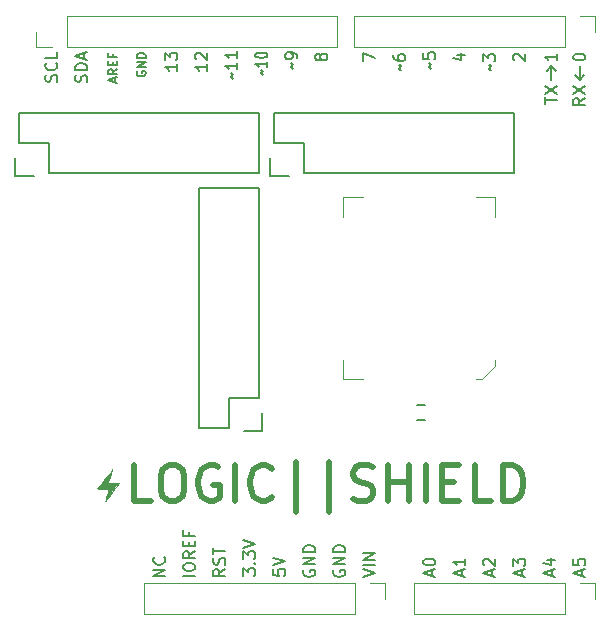
<source format=gto>
G04 #@! TF.FileFunction,Legend,Top*
%FSLAX46Y46*%
G04 Gerber Fmt 4.6, Leading zero omitted, Abs format (unit mm)*
G04 Created by KiCad (PCBNEW 4.0.5+dfsg1-4) date Sun Oct 21 08:43:36 2018*
%MOMM*%
%LPD*%
G01*
G04 APERTURE LIST*
%ADD10C,0.100000*%
%ADD11C,0.150000*%
%ADD12C,0.200000*%
%ADD13C,0.500000*%
%ADD14C,0.120000*%
%ADD15C,0.010000*%
G04 APERTURE END LIST*
D10*
D11*
X175839381Y-76295285D02*
X175839381Y-76866714D01*
X175839381Y-76581000D02*
X174839381Y-76581000D01*
X174982238Y-76676238D01*
X175077476Y-76771476D01*
X175125095Y-76866714D01*
X177252381Y-76628619D02*
X177252381Y-76533380D01*
X177300000Y-76438142D01*
X177347619Y-76390523D01*
X177442857Y-76342904D01*
X177633333Y-76295285D01*
X177871429Y-76295285D01*
X178061905Y-76342904D01*
X178157143Y-76390523D01*
X178204762Y-76438142D01*
X178252381Y-76533380D01*
X178252381Y-76628619D01*
X178204762Y-76723857D01*
X178157143Y-76771476D01*
X178061905Y-76819095D01*
X177871429Y-76866714D01*
X177633333Y-76866714D01*
X177442857Y-76819095D01*
X177347619Y-76771476D01*
X177300000Y-76723857D01*
X177252381Y-76628619D01*
D12*
X177800000Y-78486000D02*
X177418999Y-78105000D01*
X177800000Y-78486000D02*
X178181000Y-78105000D01*
X177800000Y-77343001D02*
X177800000Y-78486000D01*
X175387000Y-77343000D02*
X175768000Y-77724000D01*
X175387000Y-77343000D02*
X175006000Y-77724000D01*
X175387000Y-78486000D02*
X175387000Y-77343000D01*
D11*
X178252381Y-80049666D02*
X177776190Y-80383000D01*
X178252381Y-80621095D02*
X177252381Y-80621095D01*
X177252381Y-80240142D01*
X177300000Y-80144904D01*
X177347619Y-80097285D01*
X177442857Y-80049666D01*
X177585714Y-80049666D01*
X177680952Y-80097285D01*
X177728571Y-80144904D01*
X177776190Y-80240142D01*
X177776190Y-80621095D01*
X177252381Y-79716333D02*
X178252381Y-79049666D01*
X177252381Y-79049666D02*
X178252381Y-79716333D01*
X174839381Y-80517905D02*
X174839381Y-79946476D01*
X175839381Y-80232191D02*
X174839381Y-80232191D01*
X174839381Y-79708381D02*
X175839381Y-79041714D01*
X174839381Y-79041714D02*
X175839381Y-79708381D01*
X172267619Y-76866714D02*
X172220000Y-76819095D01*
X172172381Y-76723857D01*
X172172381Y-76485761D01*
X172220000Y-76390523D01*
X172267619Y-76342904D01*
X172362857Y-76295285D01*
X172458095Y-76295285D01*
X172600952Y-76342904D01*
X173172381Y-76914333D01*
X173172381Y-76295285D01*
X170251429Y-77700095D02*
X170203810Y-77652476D01*
X170156190Y-77557238D01*
X170251429Y-77366762D01*
X170203810Y-77271523D01*
X170156190Y-77223904D01*
X169632381Y-76938190D02*
X169632381Y-76319142D01*
X170013333Y-76652476D01*
X170013333Y-76509618D01*
X170060952Y-76414380D01*
X170108571Y-76366761D01*
X170203810Y-76319142D01*
X170441905Y-76319142D01*
X170537143Y-76366761D01*
X170584762Y-76414380D01*
X170632381Y-76509618D01*
X170632381Y-76795333D01*
X170584762Y-76890571D01*
X170537143Y-76938190D01*
X167425714Y-76390523D02*
X168092381Y-76390523D01*
X167044762Y-76628619D02*
X167759048Y-76866714D01*
X167759048Y-76247666D01*
X165171429Y-77573095D02*
X165123810Y-77525476D01*
X165076190Y-77430238D01*
X165171429Y-77239762D01*
X165123810Y-77144523D01*
X165076190Y-77096904D01*
X164552381Y-76239761D02*
X164552381Y-76715952D01*
X165028571Y-76763571D01*
X164980952Y-76715952D01*
X164933333Y-76620714D01*
X164933333Y-76382618D01*
X164980952Y-76287380D01*
X165028571Y-76239761D01*
X165123810Y-76192142D01*
X165361905Y-76192142D01*
X165457143Y-76239761D01*
X165504762Y-76287380D01*
X165552381Y-76382618D01*
X165552381Y-76620714D01*
X165504762Y-76715952D01*
X165457143Y-76763571D01*
X162631429Y-77700095D02*
X162583810Y-77652476D01*
X162536190Y-77557238D01*
X162631429Y-77366762D01*
X162583810Y-77271523D01*
X162536190Y-77223904D01*
X162012381Y-76414380D02*
X162012381Y-76604857D01*
X162060000Y-76700095D01*
X162107619Y-76747714D01*
X162250476Y-76842952D01*
X162440952Y-76890571D01*
X162821905Y-76890571D01*
X162917143Y-76842952D01*
X162964762Y-76795333D01*
X163012381Y-76700095D01*
X163012381Y-76509618D01*
X162964762Y-76414380D01*
X162917143Y-76366761D01*
X162821905Y-76319142D01*
X162583810Y-76319142D01*
X162488571Y-76366761D01*
X162440952Y-76414380D01*
X162393333Y-76509618D01*
X162393333Y-76700095D01*
X162440952Y-76795333D01*
X162488571Y-76842952D01*
X162583810Y-76890571D01*
X159472381Y-76914333D02*
X159472381Y-76247666D01*
X160472381Y-76676238D01*
X155836952Y-76676238D02*
X155789333Y-76771476D01*
X155741714Y-76819095D01*
X155646476Y-76866714D01*
X155598857Y-76866714D01*
X155503619Y-76819095D01*
X155456000Y-76771476D01*
X155408381Y-76676238D01*
X155408381Y-76485761D01*
X155456000Y-76390523D01*
X155503619Y-76342904D01*
X155598857Y-76295285D01*
X155646476Y-76295285D01*
X155741714Y-76342904D01*
X155789333Y-76390523D01*
X155836952Y-76485761D01*
X155836952Y-76676238D01*
X155884571Y-76771476D01*
X155932190Y-76819095D01*
X156027429Y-76866714D01*
X156217905Y-76866714D01*
X156313143Y-76819095D01*
X156360762Y-76771476D01*
X156408381Y-76676238D01*
X156408381Y-76485761D01*
X156360762Y-76390523D01*
X156313143Y-76342904D01*
X156217905Y-76295285D01*
X156027429Y-76295285D01*
X155932190Y-76342904D01*
X155884571Y-76390523D01*
X155836952Y-76485761D01*
X153487429Y-77573095D02*
X153439810Y-77525476D01*
X153392190Y-77430238D01*
X153487429Y-77239762D01*
X153439810Y-77144523D01*
X153392190Y-77096904D01*
X153868381Y-76668333D02*
X153868381Y-76477857D01*
X153820762Y-76382618D01*
X153773143Y-76334999D01*
X153630286Y-76239761D01*
X153439810Y-76192142D01*
X153058857Y-76192142D01*
X152963619Y-76239761D01*
X152916000Y-76287380D01*
X152868381Y-76382618D01*
X152868381Y-76573095D01*
X152916000Y-76668333D01*
X152963619Y-76715952D01*
X153058857Y-76763571D01*
X153296952Y-76763571D01*
X153392190Y-76715952D01*
X153439810Y-76668333D01*
X153487429Y-76573095D01*
X153487429Y-76382618D01*
X153439810Y-76287380D01*
X153392190Y-76239761D01*
X153296952Y-76192142D01*
X150947429Y-78060429D02*
X150899810Y-78022333D01*
X150852190Y-77946143D01*
X150947429Y-77793762D01*
X150899810Y-77717571D01*
X150852190Y-77679476D01*
X151328381Y-76955666D02*
X151328381Y-77412809D01*
X151328381Y-77184238D02*
X150328381Y-77184238D01*
X150471238Y-77260428D01*
X150566476Y-77336619D01*
X150614095Y-77412809D01*
X150328381Y-76460428D02*
X150328381Y-76384237D01*
X150376000Y-76308047D01*
X150423619Y-76269952D01*
X150518857Y-76231856D01*
X150709333Y-76193761D01*
X150947429Y-76193761D01*
X151137905Y-76231856D01*
X151233143Y-76269952D01*
X151280762Y-76308047D01*
X151328381Y-76384237D01*
X151328381Y-76460428D01*
X151280762Y-76536618D01*
X151233143Y-76574714D01*
X151137905Y-76612809D01*
X150947429Y-76650904D01*
X150709333Y-76650904D01*
X150518857Y-76612809D01*
X150423619Y-76574714D01*
X150376000Y-76536618D01*
X150328381Y-76460428D01*
X148407429Y-78430286D02*
X148359810Y-78382667D01*
X148312190Y-78287429D01*
X148407429Y-78096953D01*
X148359810Y-78001714D01*
X148312190Y-77954095D01*
X148788381Y-77049333D02*
X148788381Y-77620762D01*
X148788381Y-77335048D02*
X147788381Y-77335048D01*
X147931238Y-77430286D01*
X148026476Y-77525524D01*
X148074095Y-77620762D01*
X148788381Y-76096952D02*
X148788381Y-76668381D01*
X148788381Y-76382667D02*
X147788381Y-76382667D01*
X147931238Y-76477905D01*
X148026476Y-76573143D01*
X148074095Y-76668381D01*
X146248381Y-77152476D02*
X146248381Y-77723905D01*
X146248381Y-77438191D02*
X145248381Y-77438191D01*
X145391238Y-77533429D01*
X145486476Y-77628667D01*
X145534095Y-77723905D01*
X145343619Y-76771524D02*
X145296000Y-76723905D01*
X145248381Y-76628667D01*
X145248381Y-76390571D01*
X145296000Y-76295333D01*
X145343619Y-76247714D01*
X145438857Y-76200095D01*
X145534095Y-76200095D01*
X145676952Y-76247714D01*
X146248381Y-76819143D01*
X146248381Y-76200095D01*
X143708381Y-77152476D02*
X143708381Y-77723905D01*
X143708381Y-77438191D02*
X142708381Y-77438191D01*
X142851238Y-77533429D01*
X142946476Y-77628667D01*
X142994095Y-77723905D01*
X142708381Y-76819143D02*
X142708381Y-76200095D01*
X143089333Y-76533429D01*
X143089333Y-76390571D01*
X143136952Y-76295333D01*
X143184571Y-76247714D01*
X143279810Y-76200095D01*
X143517905Y-76200095D01*
X143613143Y-76247714D01*
X143660762Y-76295333D01*
X143708381Y-76390571D01*
X143708381Y-76676286D01*
X143660762Y-76771524D01*
X143613143Y-76819143D01*
X140341000Y-77787428D02*
X140305286Y-77858857D01*
X140305286Y-77966000D01*
X140341000Y-78073143D01*
X140412429Y-78144571D01*
X140483857Y-78180286D01*
X140626714Y-78216000D01*
X140733857Y-78216000D01*
X140876714Y-78180286D01*
X140948143Y-78144571D01*
X141019571Y-78073143D01*
X141055286Y-77966000D01*
X141055286Y-77894571D01*
X141019571Y-77787428D01*
X140983857Y-77751714D01*
X140733857Y-77751714D01*
X140733857Y-77894571D01*
X141055286Y-77430286D02*
X140305286Y-77430286D01*
X141055286Y-77001714D01*
X140305286Y-77001714D01*
X141055286Y-76644572D02*
X140305286Y-76644572D01*
X140305286Y-76466000D01*
X140341000Y-76358857D01*
X140412429Y-76287429D01*
X140483857Y-76251714D01*
X140626714Y-76216000D01*
X140733857Y-76216000D01*
X140876714Y-76251714D01*
X140948143Y-76287429D01*
X141019571Y-76358857D01*
X141055286Y-76466000D01*
X141055286Y-76644572D01*
X138428000Y-78716000D02*
X138428000Y-78358857D01*
X138642286Y-78787428D02*
X137892286Y-78537428D01*
X138642286Y-78287428D01*
X138642286Y-77608857D02*
X138285143Y-77858857D01*
X138642286Y-78037429D02*
X137892286Y-78037429D01*
X137892286Y-77751714D01*
X137928000Y-77680286D01*
X137963714Y-77644571D01*
X138035143Y-77608857D01*
X138142286Y-77608857D01*
X138213714Y-77644571D01*
X138249429Y-77680286D01*
X138285143Y-77751714D01*
X138285143Y-78037429D01*
X138249429Y-77287429D02*
X138249429Y-77037429D01*
X138642286Y-76930286D02*
X138642286Y-77287429D01*
X137892286Y-77287429D01*
X137892286Y-76930286D01*
X138249429Y-76358858D02*
X138249429Y-76608858D01*
X138642286Y-76608858D02*
X137892286Y-76608858D01*
X137892286Y-76251715D01*
X133500762Y-78660476D02*
X133548381Y-78517619D01*
X133548381Y-78279523D01*
X133500762Y-78184285D01*
X133453143Y-78136666D01*
X133357905Y-78089047D01*
X133262667Y-78089047D01*
X133167429Y-78136666D01*
X133119810Y-78184285D01*
X133072190Y-78279523D01*
X133024571Y-78470000D01*
X132976952Y-78565238D01*
X132929333Y-78612857D01*
X132834095Y-78660476D01*
X132738857Y-78660476D01*
X132643619Y-78612857D01*
X132596000Y-78565238D01*
X132548381Y-78470000D01*
X132548381Y-78231904D01*
X132596000Y-78089047D01*
X133453143Y-77089047D02*
X133500762Y-77136666D01*
X133548381Y-77279523D01*
X133548381Y-77374761D01*
X133500762Y-77517619D01*
X133405524Y-77612857D01*
X133310286Y-77660476D01*
X133119810Y-77708095D01*
X132976952Y-77708095D01*
X132786476Y-77660476D01*
X132691238Y-77612857D01*
X132596000Y-77517619D01*
X132548381Y-77374761D01*
X132548381Y-77279523D01*
X132596000Y-77136666D01*
X132643619Y-77089047D01*
X133548381Y-76184285D02*
X133548381Y-76660476D01*
X132548381Y-76660476D01*
X136040762Y-78684286D02*
X136088381Y-78541429D01*
X136088381Y-78303333D01*
X136040762Y-78208095D01*
X135993143Y-78160476D01*
X135897905Y-78112857D01*
X135802667Y-78112857D01*
X135707429Y-78160476D01*
X135659810Y-78208095D01*
X135612190Y-78303333D01*
X135564571Y-78493810D01*
X135516952Y-78589048D01*
X135469333Y-78636667D01*
X135374095Y-78684286D01*
X135278857Y-78684286D01*
X135183619Y-78636667D01*
X135136000Y-78589048D01*
X135088381Y-78493810D01*
X135088381Y-78255714D01*
X135136000Y-78112857D01*
X136088381Y-77684286D02*
X135088381Y-77684286D01*
X135088381Y-77446191D01*
X135136000Y-77303333D01*
X135231238Y-77208095D01*
X135326476Y-77160476D01*
X135516952Y-77112857D01*
X135659810Y-77112857D01*
X135850286Y-77160476D01*
X135945524Y-77208095D01*
X136040762Y-77303333D01*
X136088381Y-77446191D01*
X136088381Y-77684286D01*
X135802667Y-76731905D02*
X135802667Y-76255714D01*
X136088381Y-76827143D02*
X135088381Y-76493810D01*
X136088381Y-76160476D01*
X177966667Y-120475286D02*
X177966667Y-119999095D01*
X178252381Y-120570524D02*
X177252381Y-120237191D01*
X178252381Y-119903857D01*
X177252381Y-119094333D02*
X177252381Y-119570524D01*
X177728571Y-119618143D01*
X177680952Y-119570524D01*
X177633333Y-119475286D01*
X177633333Y-119237190D01*
X177680952Y-119141952D01*
X177728571Y-119094333D01*
X177823810Y-119046714D01*
X178061905Y-119046714D01*
X178157143Y-119094333D01*
X178204762Y-119141952D01*
X178252381Y-119237190D01*
X178252381Y-119475286D01*
X178204762Y-119570524D01*
X178157143Y-119618143D01*
X175426667Y-120475286D02*
X175426667Y-119999095D01*
X175712381Y-120570524D02*
X174712381Y-120237191D01*
X175712381Y-119903857D01*
X175045714Y-119141952D02*
X175712381Y-119141952D01*
X174664762Y-119380048D02*
X175379048Y-119618143D01*
X175379048Y-118999095D01*
X172886667Y-120475286D02*
X172886667Y-119999095D01*
X173172381Y-120570524D02*
X172172381Y-120237191D01*
X173172381Y-119903857D01*
X172172381Y-119665762D02*
X172172381Y-119046714D01*
X172553333Y-119380048D01*
X172553333Y-119237190D01*
X172600952Y-119141952D01*
X172648571Y-119094333D01*
X172743810Y-119046714D01*
X172981905Y-119046714D01*
X173077143Y-119094333D01*
X173124762Y-119141952D01*
X173172381Y-119237190D01*
X173172381Y-119522905D01*
X173124762Y-119618143D01*
X173077143Y-119665762D01*
X170346667Y-120475286D02*
X170346667Y-119999095D01*
X170632381Y-120570524D02*
X169632381Y-120237191D01*
X170632381Y-119903857D01*
X169727619Y-119618143D02*
X169680000Y-119570524D01*
X169632381Y-119475286D01*
X169632381Y-119237190D01*
X169680000Y-119141952D01*
X169727619Y-119094333D01*
X169822857Y-119046714D01*
X169918095Y-119046714D01*
X170060952Y-119094333D01*
X170632381Y-119665762D01*
X170632381Y-119046714D01*
X167806667Y-120475286D02*
X167806667Y-119999095D01*
X168092381Y-120570524D02*
X167092381Y-120237191D01*
X168092381Y-119903857D01*
X168092381Y-119046714D02*
X168092381Y-119618143D01*
X168092381Y-119332429D02*
X167092381Y-119332429D01*
X167235238Y-119427667D01*
X167330476Y-119522905D01*
X167378095Y-119618143D01*
X165266667Y-120475286D02*
X165266667Y-119999095D01*
X165552381Y-120570524D02*
X164552381Y-120237191D01*
X165552381Y-119903857D01*
X164552381Y-119380048D02*
X164552381Y-119284809D01*
X164600000Y-119189571D01*
X164647619Y-119141952D01*
X164742857Y-119094333D01*
X164933333Y-119046714D01*
X165171429Y-119046714D01*
X165361905Y-119094333D01*
X165457143Y-119141952D01*
X165504762Y-119189571D01*
X165552381Y-119284809D01*
X165552381Y-119380048D01*
X165504762Y-119475286D01*
X165457143Y-119522905D01*
X165361905Y-119570524D01*
X165171429Y-119618143D01*
X164933333Y-119618143D01*
X164742857Y-119570524D01*
X164647619Y-119522905D01*
X164600000Y-119475286D01*
X164552381Y-119380048D01*
X159472381Y-120602238D02*
X160472381Y-120268905D01*
X159472381Y-119935571D01*
X160472381Y-119602238D02*
X159472381Y-119602238D01*
X160472381Y-119126048D02*
X159472381Y-119126048D01*
X160472381Y-118554619D01*
X159472381Y-118554619D01*
X156980000Y-120014904D02*
X156932381Y-120110142D01*
X156932381Y-120252999D01*
X156980000Y-120395857D01*
X157075238Y-120491095D01*
X157170476Y-120538714D01*
X157360952Y-120586333D01*
X157503810Y-120586333D01*
X157694286Y-120538714D01*
X157789524Y-120491095D01*
X157884762Y-120395857D01*
X157932381Y-120252999D01*
X157932381Y-120157761D01*
X157884762Y-120014904D01*
X157837143Y-119967285D01*
X157503810Y-119967285D01*
X157503810Y-120157761D01*
X157932381Y-119538714D02*
X156932381Y-119538714D01*
X157932381Y-118967285D01*
X156932381Y-118967285D01*
X157932381Y-118491095D02*
X156932381Y-118491095D01*
X156932381Y-118253000D01*
X156980000Y-118110142D01*
X157075238Y-118014904D01*
X157170476Y-117967285D01*
X157360952Y-117919666D01*
X157503810Y-117919666D01*
X157694286Y-117967285D01*
X157789524Y-118014904D01*
X157884762Y-118110142D01*
X157932381Y-118253000D01*
X157932381Y-118491095D01*
X154440000Y-120014904D02*
X154392381Y-120110142D01*
X154392381Y-120252999D01*
X154440000Y-120395857D01*
X154535238Y-120491095D01*
X154630476Y-120538714D01*
X154820952Y-120586333D01*
X154963810Y-120586333D01*
X155154286Y-120538714D01*
X155249524Y-120491095D01*
X155344762Y-120395857D01*
X155392381Y-120252999D01*
X155392381Y-120157761D01*
X155344762Y-120014904D01*
X155297143Y-119967285D01*
X154963810Y-119967285D01*
X154963810Y-120157761D01*
X155392381Y-119538714D02*
X154392381Y-119538714D01*
X155392381Y-118967285D01*
X154392381Y-118967285D01*
X155392381Y-118491095D02*
X154392381Y-118491095D01*
X154392381Y-118253000D01*
X154440000Y-118110142D01*
X154535238Y-118014904D01*
X154630476Y-117967285D01*
X154820952Y-117919666D01*
X154963810Y-117919666D01*
X155154286Y-117967285D01*
X155249524Y-118014904D01*
X155344762Y-118110142D01*
X155392381Y-118253000D01*
X155392381Y-118491095D01*
X151852381Y-119951476D02*
X151852381Y-120427667D01*
X152328571Y-120475286D01*
X152280952Y-120427667D01*
X152233333Y-120332429D01*
X152233333Y-120094333D01*
X152280952Y-119999095D01*
X152328571Y-119951476D01*
X152423810Y-119903857D01*
X152661905Y-119903857D01*
X152757143Y-119951476D01*
X152804762Y-119999095D01*
X152852381Y-120094333D01*
X152852381Y-120332429D01*
X152804762Y-120427667D01*
X152757143Y-120475286D01*
X151852381Y-119618143D02*
X152852381Y-119284810D01*
X151852381Y-118951476D01*
X149312381Y-120475190D02*
X149312381Y-119856142D01*
X149693333Y-120189476D01*
X149693333Y-120046618D01*
X149740952Y-119951380D01*
X149788571Y-119903761D01*
X149883810Y-119856142D01*
X150121905Y-119856142D01*
X150217143Y-119903761D01*
X150264762Y-119951380D01*
X150312381Y-120046618D01*
X150312381Y-120332333D01*
X150264762Y-120427571D01*
X150217143Y-120475190D01*
X150217143Y-119427571D02*
X150264762Y-119379952D01*
X150312381Y-119427571D01*
X150264762Y-119475190D01*
X150217143Y-119427571D01*
X150312381Y-119427571D01*
X149312381Y-119046619D02*
X149312381Y-118427571D01*
X149693333Y-118760905D01*
X149693333Y-118618047D01*
X149740952Y-118522809D01*
X149788571Y-118475190D01*
X149883810Y-118427571D01*
X150121905Y-118427571D01*
X150217143Y-118475190D01*
X150264762Y-118522809D01*
X150312381Y-118618047D01*
X150312381Y-118903762D01*
X150264762Y-118999000D01*
X150217143Y-119046619D01*
X149312381Y-118141857D02*
X150312381Y-117808524D01*
X149312381Y-117475190D01*
X147772381Y-119927619D02*
X147296190Y-120260953D01*
X147772381Y-120499048D02*
X146772381Y-120499048D01*
X146772381Y-120118095D01*
X146820000Y-120022857D01*
X146867619Y-119975238D01*
X146962857Y-119927619D01*
X147105714Y-119927619D01*
X147200952Y-119975238D01*
X147248571Y-120022857D01*
X147296190Y-120118095D01*
X147296190Y-120499048D01*
X147724762Y-119546667D02*
X147772381Y-119403810D01*
X147772381Y-119165714D01*
X147724762Y-119070476D01*
X147677143Y-119022857D01*
X147581905Y-118975238D01*
X147486667Y-118975238D01*
X147391429Y-119022857D01*
X147343810Y-119070476D01*
X147296190Y-119165714D01*
X147248571Y-119356191D01*
X147200952Y-119451429D01*
X147153333Y-119499048D01*
X147058095Y-119546667D01*
X146962857Y-119546667D01*
X146867619Y-119499048D01*
X146820000Y-119451429D01*
X146772381Y-119356191D01*
X146772381Y-119118095D01*
X146820000Y-118975238D01*
X146772381Y-118689524D02*
X146772381Y-118118095D01*
X147772381Y-118403810D02*
X146772381Y-118403810D01*
X145232381Y-120522762D02*
X144232381Y-120522762D01*
X144232381Y-119856096D02*
X144232381Y-119665619D01*
X144280000Y-119570381D01*
X144375238Y-119475143D01*
X144565714Y-119427524D01*
X144899048Y-119427524D01*
X145089524Y-119475143D01*
X145184762Y-119570381D01*
X145232381Y-119665619D01*
X145232381Y-119856096D01*
X145184762Y-119951334D01*
X145089524Y-120046572D01*
X144899048Y-120094191D01*
X144565714Y-120094191D01*
X144375238Y-120046572D01*
X144280000Y-119951334D01*
X144232381Y-119856096D01*
X145232381Y-118427524D02*
X144756190Y-118760858D01*
X145232381Y-118998953D02*
X144232381Y-118998953D01*
X144232381Y-118618000D01*
X144280000Y-118522762D01*
X144327619Y-118475143D01*
X144422857Y-118427524D01*
X144565714Y-118427524D01*
X144660952Y-118475143D01*
X144708571Y-118522762D01*
X144756190Y-118618000D01*
X144756190Y-118998953D01*
X144708571Y-117998953D02*
X144708571Y-117665619D01*
X145232381Y-117522762D02*
X145232381Y-117998953D01*
X144232381Y-117998953D01*
X144232381Y-117522762D01*
X144708571Y-116760857D02*
X144708571Y-117094191D01*
X145232381Y-117094191D02*
X144232381Y-117094191D01*
X144232381Y-116618000D01*
X142692381Y-120546714D02*
X141692381Y-120546714D01*
X142692381Y-119975285D01*
X141692381Y-119975285D01*
X142597143Y-118927666D02*
X142644762Y-118975285D01*
X142692381Y-119118142D01*
X142692381Y-119213380D01*
X142644762Y-119356238D01*
X142549524Y-119451476D01*
X142454286Y-119499095D01*
X142263810Y-119546714D01*
X142120952Y-119546714D01*
X141930476Y-119499095D01*
X141835238Y-119451476D01*
X141740000Y-119356238D01*
X141692381Y-119213380D01*
X141692381Y-119118142D01*
X141740000Y-118975285D01*
X141787619Y-118927666D01*
D13*
X141464001Y-114133143D02*
X140035430Y-114133143D01*
X140035430Y-111133143D01*
X143035429Y-111133143D02*
X143606858Y-111133143D01*
X143892572Y-111276000D01*
X144178286Y-111561714D01*
X144321144Y-112133143D01*
X144321144Y-113133143D01*
X144178286Y-113704571D01*
X143892572Y-113990286D01*
X143606858Y-114133143D01*
X143035429Y-114133143D01*
X142749715Y-113990286D01*
X142464001Y-113704571D01*
X142321144Y-113133143D01*
X142321144Y-112133143D01*
X142464001Y-111561714D01*
X142749715Y-111276000D01*
X143035429Y-111133143D01*
X147178286Y-111276000D02*
X146892572Y-111133143D01*
X146464001Y-111133143D01*
X146035429Y-111276000D01*
X145749715Y-111561714D01*
X145606858Y-111847429D01*
X145464001Y-112418857D01*
X145464001Y-112847429D01*
X145606858Y-113418857D01*
X145749715Y-113704571D01*
X146035429Y-113990286D01*
X146464001Y-114133143D01*
X146749715Y-114133143D01*
X147178286Y-113990286D01*
X147321143Y-113847429D01*
X147321143Y-112847429D01*
X146749715Y-112847429D01*
X148606858Y-114133143D02*
X148606858Y-111133143D01*
X151749714Y-113847429D02*
X151606857Y-113990286D01*
X151178286Y-114133143D01*
X150892572Y-114133143D01*
X150464000Y-113990286D01*
X150178286Y-113704571D01*
X150035429Y-113418857D01*
X149892572Y-112847429D01*
X149892572Y-112418857D01*
X150035429Y-111847429D01*
X150178286Y-111561714D01*
X150464000Y-111276000D01*
X150892572Y-111133143D01*
X151178286Y-111133143D01*
X151606857Y-111276000D01*
X151749714Y-111418857D01*
X153749714Y-115133143D02*
X153749714Y-110847429D01*
X156606857Y-115133143D02*
X156606857Y-110847429D01*
X158606858Y-113990286D02*
X159035429Y-114133143D01*
X159749715Y-114133143D01*
X160035429Y-113990286D01*
X160178286Y-113847429D01*
X160321143Y-113561714D01*
X160321143Y-113276000D01*
X160178286Y-112990286D01*
X160035429Y-112847429D01*
X159749715Y-112704571D01*
X159178286Y-112561714D01*
X158892572Y-112418857D01*
X158749715Y-112276000D01*
X158606858Y-111990286D01*
X158606858Y-111704571D01*
X158749715Y-111418857D01*
X158892572Y-111276000D01*
X159178286Y-111133143D01*
X159892572Y-111133143D01*
X160321143Y-111276000D01*
X161606858Y-114133143D02*
X161606858Y-111133143D01*
X161606858Y-112561714D02*
X163321143Y-112561714D01*
X163321143Y-114133143D02*
X163321143Y-111133143D01*
X164749715Y-114133143D02*
X164749715Y-111133143D01*
X166178286Y-112561714D02*
X167178286Y-112561714D01*
X167606857Y-114133143D02*
X166178286Y-114133143D01*
X166178286Y-111133143D01*
X167606857Y-111133143D01*
X170321143Y-114133143D02*
X168892572Y-114133143D01*
X168892572Y-111133143D01*
X171321143Y-114133143D02*
X171321143Y-111133143D01*
X172035428Y-111133143D01*
X172464000Y-111276000D01*
X172749714Y-111561714D01*
X172892571Y-111847429D01*
X173035428Y-112418857D01*
X173035428Y-112847429D01*
X172892571Y-113418857D01*
X172749714Y-113704571D01*
X172464000Y-113990286D01*
X172035428Y-114133143D01*
X171321143Y-114133143D01*
D11*
X172212000Y-81280000D02*
X151892000Y-81280000D01*
X154432000Y-86360000D02*
X172212000Y-86360000D01*
X172212000Y-81280000D02*
X172212000Y-86360000D01*
X151892000Y-81280000D02*
X151892000Y-83820000D01*
X151612000Y-85090000D02*
X151612000Y-86640000D01*
X151892000Y-83820000D02*
X154432000Y-83820000D01*
X154432000Y-83820000D02*
X154432000Y-86360000D01*
X151612000Y-86640000D02*
X153162000Y-86640000D01*
D14*
X163770000Y-121098000D02*
X163770000Y-123758000D01*
X176530000Y-121098000D02*
X163770000Y-121098000D01*
X176530000Y-123758000D02*
X163770000Y-123758000D01*
X176530000Y-121098000D02*
X176530000Y-123758000D01*
X177800000Y-121098000D02*
X179130000Y-121098000D01*
X179130000Y-121098000D02*
X179130000Y-122428000D01*
X158690000Y-73092000D02*
X158690000Y-75752000D01*
X176530000Y-73092000D02*
X158690000Y-73092000D01*
X176530000Y-75752000D02*
X158690000Y-75752000D01*
X176530000Y-73092000D02*
X176530000Y-75752000D01*
X177800000Y-73092000D02*
X179130000Y-73092000D01*
X179130000Y-73092000D02*
X179130000Y-74422000D01*
X140910000Y-121098000D02*
X140910000Y-123758000D01*
X158750000Y-121098000D02*
X140910000Y-121098000D01*
X158750000Y-123758000D02*
X140910000Y-123758000D01*
X158750000Y-121098000D02*
X158750000Y-123758000D01*
X160020000Y-121098000D02*
X161350000Y-121098000D01*
X161350000Y-121098000D02*
X161350000Y-122428000D01*
D15*
G36*
X138236354Y-111486280D02*
X138226217Y-111514466D01*
X138209787Y-111557983D01*
X138184911Y-111624720D01*
X138153172Y-111710361D01*
X138116152Y-111810591D01*
X138075436Y-111921096D01*
X138032605Y-112037559D01*
X137989244Y-112155667D01*
X137946936Y-112271103D01*
X137907264Y-112379553D01*
X137871811Y-112476701D01*
X137842161Y-112558233D01*
X137819896Y-112619832D01*
X137806600Y-112657185D01*
X137803467Y-112666684D01*
X137819695Y-112668675D01*
X137865563Y-112670765D01*
X137936844Y-112672853D01*
X138029310Y-112674838D01*
X138138736Y-112676617D01*
X138260895Y-112678090D01*
X138290591Y-112678377D01*
X138777716Y-112682867D01*
X138216305Y-113425173D01*
X138110629Y-113564761D01*
X138010696Y-113696499D01*
X137918438Y-113817856D01*
X137835787Y-113926304D01*
X137764676Y-114019314D01*
X137707036Y-114094356D01*
X137664800Y-114148901D01*
X137639900Y-114180420D01*
X137634144Y-114187173D01*
X137620070Y-114195999D01*
X137622061Y-114177084D01*
X137623214Y-114173000D01*
X137633713Y-114135649D01*
X137650754Y-114073666D01*
X137673064Y-113991800D01*
X137699364Y-113894801D01*
X137728378Y-113787418D01*
X137758831Y-113674400D01*
X137789445Y-113560498D01*
X137818944Y-113450459D01*
X137846053Y-113349034D01*
X137869493Y-113260973D01*
X137887990Y-113191023D01*
X137900266Y-113143936D01*
X137905046Y-113124460D01*
X137905066Y-113124256D01*
X137888847Y-113121773D01*
X137843046Y-113119529D01*
X137771947Y-113117610D01*
X137679835Y-113116104D01*
X137570993Y-113115096D01*
X137449706Y-113114674D01*
X137430933Y-113114666D01*
X137308166Y-113114377D01*
X137197210Y-113113560D01*
X137102347Y-113112292D01*
X137027864Y-113110649D01*
X136978043Y-113108707D01*
X136957169Y-113106544D01*
X136956800Y-113106209D01*
X136966903Y-113091927D01*
X136995747Y-113053840D01*
X137041133Y-112994757D01*
X137100861Y-112917491D01*
X137172734Y-112824852D01*
X137254551Y-112719653D01*
X137344115Y-112604704D01*
X137439226Y-112482817D01*
X137537685Y-112356803D01*
X137637294Y-112229473D01*
X137735853Y-112103639D01*
X137831164Y-111982112D01*
X137921028Y-111867702D01*
X138003246Y-111763223D01*
X138075618Y-111671484D01*
X138135947Y-111595298D01*
X138182033Y-111537475D01*
X138211678Y-111500826D01*
X138221666Y-111489067D01*
X138236370Y-111475877D01*
X138236354Y-111486280D01*
X138236354Y-111486280D01*
G37*
X138236354Y-111486280D02*
X138226217Y-111514466D01*
X138209787Y-111557983D01*
X138184911Y-111624720D01*
X138153172Y-111710361D01*
X138116152Y-111810591D01*
X138075436Y-111921096D01*
X138032605Y-112037559D01*
X137989244Y-112155667D01*
X137946936Y-112271103D01*
X137907264Y-112379553D01*
X137871811Y-112476701D01*
X137842161Y-112558233D01*
X137819896Y-112619832D01*
X137806600Y-112657185D01*
X137803467Y-112666684D01*
X137819695Y-112668675D01*
X137865563Y-112670765D01*
X137936844Y-112672853D01*
X138029310Y-112674838D01*
X138138736Y-112676617D01*
X138260895Y-112678090D01*
X138290591Y-112678377D01*
X138777716Y-112682867D01*
X138216305Y-113425173D01*
X138110629Y-113564761D01*
X138010696Y-113696499D01*
X137918438Y-113817856D01*
X137835787Y-113926304D01*
X137764676Y-114019314D01*
X137707036Y-114094356D01*
X137664800Y-114148901D01*
X137639900Y-114180420D01*
X137634144Y-114187173D01*
X137620070Y-114195999D01*
X137622061Y-114177084D01*
X137623214Y-114173000D01*
X137633713Y-114135649D01*
X137650754Y-114073666D01*
X137673064Y-113991800D01*
X137699364Y-113894801D01*
X137728378Y-113787418D01*
X137758831Y-113674400D01*
X137789445Y-113560498D01*
X137818944Y-113450459D01*
X137846053Y-113349034D01*
X137869493Y-113260973D01*
X137887990Y-113191023D01*
X137900266Y-113143936D01*
X137905046Y-113124460D01*
X137905066Y-113124256D01*
X137888847Y-113121773D01*
X137843046Y-113119529D01*
X137771947Y-113117610D01*
X137679835Y-113116104D01*
X137570993Y-113115096D01*
X137449706Y-113114674D01*
X137430933Y-113114666D01*
X137308166Y-113114377D01*
X137197210Y-113113560D01*
X137102347Y-113112292D01*
X137027864Y-113110649D01*
X136978043Y-113108707D01*
X136957169Y-113106544D01*
X136956800Y-113106209D01*
X136966903Y-113091927D01*
X136995747Y-113053840D01*
X137041133Y-112994757D01*
X137100861Y-112917491D01*
X137172734Y-112824852D01*
X137254551Y-112719653D01*
X137344115Y-112604704D01*
X137439226Y-112482817D01*
X137537685Y-112356803D01*
X137637294Y-112229473D01*
X137735853Y-112103639D01*
X137831164Y-111982112D01*
X137921028Y-111867702D01*
X138003246Y-111763223D01*
X138075618Y-111671484D01*
X138135947Y-111595298D01*
X138182033Y-111537475D01*
X138211678Y-111500826D01*
X138221666Y-111489067D01*
X138236370Y-111475877D01*
X138236354Y-111486280D01*
D14*
X157286000Y-75752000D02*
X157286000Y-73092000D01*
X134366000Y-75752000D02*
X157286000Y-75752000D01*
X134366000Y-73092000D02*
X157286000Y-73092000D01*
X134366000Y-75752000D02*
X134366000Y-73092000D01*
X133096000Y-75752000D02*
X131766000Y-75752000D01*
X131766000Y-75752000D02*
X131766000Y-74422000D01*
D10*
X168984500Y-103844000D02*
X169484500Y-103844000D01*
X169484500Y-103844000D02*
X170634500Y-102694000D01*
X170634500Y-102694000D02*
X170634500Y-102194000D01*
X159414500Y-103844000D02*
X157764500Y-103844000D01*
X157764500Y-103844000D02*
X157764500Y-102194000D01*
X168984500Y-88434000D02*
X170634500Y-88434000D01*
X170634500Y-88434000D02*
X170634500Y-90084000D01*
X159414500Y-88434000D02*
X157764500Y-88434000D01*
X157764500Y-88434000D02*
X157764500Y-90084000D01*
D11*
X164688000Y-107280000D02*
X163988000Y-107280000D01*
X163988000Y-106080000D02*
X164688000Y-106080000D01*
X145542000Y-87630000D02*
X145542000Y-107950000D01*
X150622000Y-105410000D02*
X150622000Y-87630000D01*
X145542000Y-87630000D02*
X150622000Y-87630000D01*
X145542000Y-107950000D02*
X148082000Y-107950000D01*
X149352000Y-108230000D02*
X150902000Y-108230000D01*
X148082000Y-107950000D02*
X148082000Y-105410000D01*
X148082000Y-105410000D02*
X150622000Y-105410000D01*
X150902000Y-108230000D02*
X150902000Y-106680000D01*
X150622000Y-81280000D02*
X130302000Y-81280000D01*
X132842000Y-86360000D02*
X150622000Y-86360000D01*
X150622000Y-81280000D02*
X150622000Y-86360000D01*
X130302000Y-81280000D02*
X130302000Y-83820000D01*
X130022000Y-85090000D02*
X130022000Y-86640000D01*
X130302000Y-83820000D02*
X132842000Y-83820000D01*
X132842000Y-83820000D02*
X132842000Y-86360000D01*
X130022000Y-86640000D02*
X131572000Y-86640000D01*
M02*

</source>
